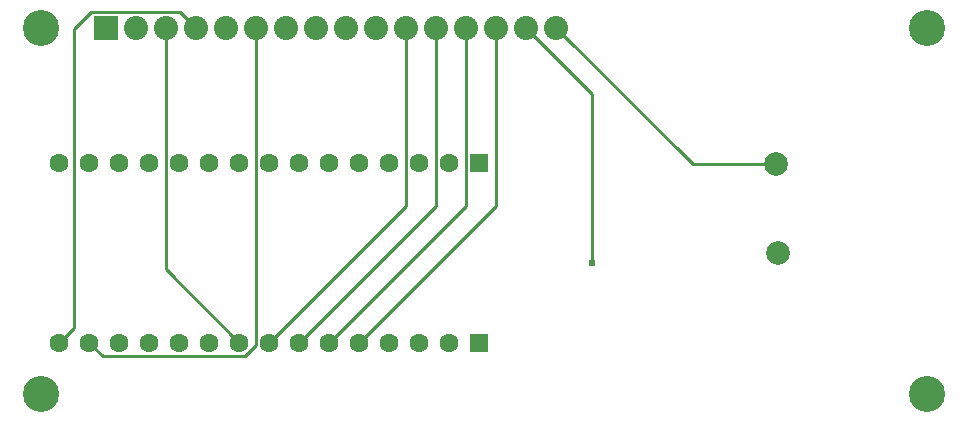
<source format=gbl>
G04 Layer: BottomLayer*
G04 EasyEDA v6.5.39, 2024-01-17 10:02:44*
G04 1fef0b057c1544a4ae72d55d562c7267,bea696f6f0d84e5180a10d4e04dd4222,10*
G04 Gerber Generator version 0.2*
G04 Scale: 100 percent, Rotated: No, Reflected: No *
G04 Dimensions in millimeters *
G04 leading zeros omitted , absolute positions ,4 integer and 5 decimal *
%FSLAX45Y45*%
%MOMM*%

%AMMACRO1*21,1,$1,$2,0,0,$3*%
%ADD10C,0.2540*%
%ADD11C,2.0320*%
%ADD12R,2.0320X2.0320*%
%ADD13C,3.0480*%
%ADD14MACRO1,1.6X1.6X0.0000*%
%ADD15C,1.6000*%
%ADD16C,2.0000*%
%ADD17C,0.6100*%

%LPD*%
D10*
X3822702Y10896597D02*
G01*
X4978808Y12052703D01*
X4978808Y13564207D01*
X3568702Y10896597D02*
G01*
X4724808Y12052703D01*
X4724808Y13564207D01*
X3314702Y10896597D02*
G01*
X4470808Y12052703D01*
X4470808Y13564207D01*
X3060702Y10896597D02*
G01*
X4216808Y12052703D01*
X4216808Y13564207D01*
X1536702Y10896597D02*
G01*
X1647522Y10785777D01*
X2856791Y10785777D01*
X2946808Y10875794D01*
X2946808Y13564207D01*
X1282702Y10896597D02*
G01*
X1409702Y11023597D01*
X1409702Y13556485D01*
X1551866Y13698649D01*
X2304366Y13698649D01*
X2438808Y13564207D01*
X5232808Y13564207D02*
G01*
X5789576Y13007439D01*
X5789576Y11570662D01*
X2806702Y10896597D02*
G01*
X2184808Y11518491D01*
X2184808Y13564207D01*
X5486808Y13564207D02*
G01*
X6643118Y12407897D01*
X7353302Y12407897D01*
D11*
G01*
X5486806Y13564209D03*
G01*
X5232806Y13564209D03*
G01*
X4978806Y13564209D03*
G01*
X4724806Y13564209D03*
G01*
X4470806Y13564209D03*
G01*
X4216806Y13564209D03*
G01*
X3962806Y13564209D03*
G01*
X3708806Y13564209D03*
G01*
X3454806Y13564209D03*
G01*
X3200806Y13564209D03*
G01*
X2946806Y13564209D03*
G01*
X2692806Y13564209D03*
G01*
X2438806Y13564209D03*
G01*
X2184806Y13564209D03*
G01*
X1930806Y13564209D03*
D12*
G01*
X1676806Y13564209D03*
D13*
G01*
X1126794Y13564209D03*
G01*
X1126794Y10464190D03*
G01*
X8626805Y13564209D03*
G01*
X8626805Y10464190D03*
D14*
G01*
X4838700Y10896600D03*
D15*
G01*
X4584700Y12420600D03*
G01*
X4076700Y12420600D03*
G01*
X3568700Y12420600D03*
G01*
X3060700Y12420600D03*
G01*
X2552700Y12420600D03*
G01*
X2044700Y12420600D03*
G01*
X1536700Y12420600D03*
G01*
X1282700Y10896600D03*
G01*
X1790700Y10896600D03*
G01*
X2298700Y10896600D03*
G01*
X2806700Y10896600D03*
G01*
X3314700Y10896600D03*
G01*
X3822700Y10896600D03*
G01*
X4330700Y10896600D03*
G01*
X4584700Y10896600D03*
G01*
X4076700Y10896600D03*
G01*
X3568700Y10896600D03*
G01*
X3060700Y10896600D03*
G01*
X2552700Y10896600D03*
G01*
X2044700Y10896600D03*
G01*
X1536700Y10896600D03*
G01*
X1282700Y12420600D03*
G01*
X1790700Y12420600D03*
G01*
X2298700Y12420600D03*
G01*
X2806700Y12420600D03*
G01*
X3314700Y12420600D03*
G01*
X3822700Y12420600D03*
G01*
X4330700Y12420600D03*
D14*
G01*
X4838700Y12420600D03*
D16*
G01*
X7366000Y11658600D03*
G01*
X7353300Y12407900D03*
D17*
G01*
X5789576Y11570662D03*
M02*

</source>
